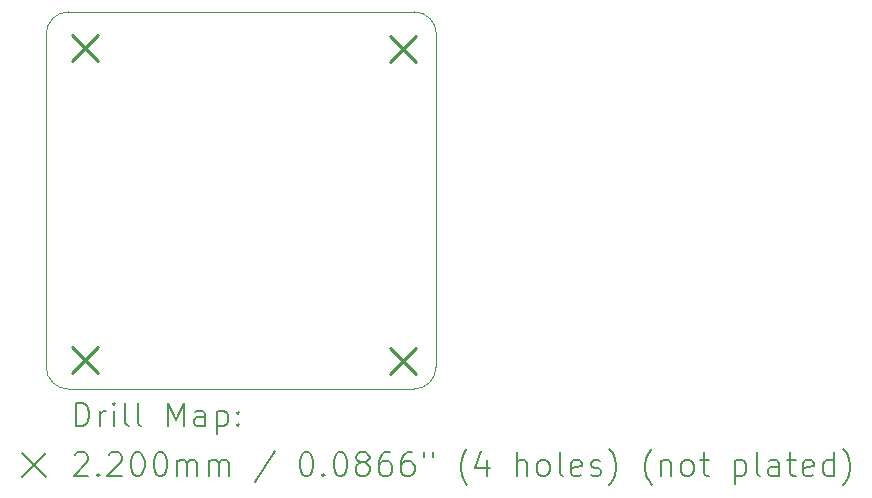
<source format=gbr>
%FSLAX45Y45*%
G04 Gerber Fmt 4.5, Leading zero omitted, Abs format (unit mm)*
G04 Created by KiCad (PCBNEW (6.0.2)) date 2022-12-08 21:30:06*
%MOMM*%
%LPD*%
G01*
G04 APERTURE LIST*
%TA.AperFunction,Profile*%
%ADD10C,0.100000*%
%TD*%
%ADD11C,0.200000*%
%ADD12C,0.220000*%
G04 APERTURE END LIST*
D10*
X13654212Y-7936672D02*
X10728960Y-7936672D01*
X13654212Y-7936672D02*
G75*
G03*
X13842172Y-7748712I0J187960D01*
G01*
X13844712Y-4930968D02*
G75*
G03*
X13656752Y-4743008I-187960J0D01*
G01*
X10729788Y-4743008D02*
G75*
G03*
X10541585Y-4931553I0J-188203D01*
G01*
X10729788Y-4743008D02*
X13656752Y-4743008D01*
X13844712Y-4930968D02*
X13842172Y-7748712D01*
X10541000Y-7748712D02*
G75*
G03*
X10728960Y-7936672I187960J0D01*
G01*
X10541000Y-7748712D02*
X10541585Y-4931553D01*
D11*
D12*
X10758660Y-4939520D02*
X10978660Y-5159520D01*
X10978660Y-4939520D02*
X10758660Y-5159520D01*
X10758660Y-7581120D02*
X10978660Y-7801120D01*
X10978660Y-7581120D02*
X10758660Y-7801120D01*
X13453600Y-4944600D02*
X13673600Y-5164600D01*
X13673600Y-4944600D02*
X13453600Y-5164600D01*
X13453600Y-7586200D02*
X13673600Y-7806200D01*
X13673600Y-7586200D02*
X13453600Y-7806200D01*
D11*
X10793619Y-8252148D02*
X10793619Y-8052148D01*
X10841238Y-8052148D01*
X10869810Y-8061672D01*
X10888857Y-8080720D01*
X10898381Y-8099767D01*
X10907905Y-8137863D01*
X10907905Y-8166434D01*
X10898381Y-8204529D01*
X10888857Y-8223577D01*
X10869810Y-8242624D01*
X10841238Y-8252148D01*
X10793619Y-8252148D01*
X10993619Y-8252148D02*
X10993619Y-8118815D01*
X10993619Y-8156910D02*
X11003143Y-8137863D01*
X11012667Y-8128339D01*
X11031714Y-8118815D01*
X11050762Y-8118815D01*
X11117429Y-8252148D02*
X11117429Y-8118815D01*
X11117429Y-8052148D02*
X11107905Y-8061672D01*
X11117429Y-8071196D01*
X11126952Y-8061672D01*
X11117429Y-8052148D01*
X11117429Y-8071196D01*
X11241238Y-8252148D02*
X11222190Y-8242624D01*
X11212667Y-8223577D01*
X11212667Y-8052148D01*
X11346000Y-8252148D02*
X11326952Y-8242624D01*
X11317428Y-8223577D01*
X11317428Y-8052148D01*
X11574571Y-8252148D02*
X11574571Y-8052148D01*
X11641238Y-8195005D01*
X11707905Y-8052148D01*
X11707905Y-8252148D01*
X11888857Y-8252148D02*
X11888857Y-8147386D01*
X11879333Y-8128339D01*
X11860286Y-8118815D01*
X11822190Y-8118815D01*
X11803143Y-8128339D01*
X11888857Y-8242624D02*
X11869809Y-8252148D01*
X11822190Y-8252148D01*
X11803143Y-8242624D01*
X11793619Y-8223577D01*
X11793619Y-8204529D01*
X11803143Y-8185482D01*
X11822190Y-8175958D01*
X11869809Y-8175958D01*
X11888857Y-8166434D01*
X11984095Y-8118815D02*
X11984095Y-8318815D01*
X11984095Y-8128339D02*
X12003143Y-8118815D01*
X12041238Y-8118815D01*
X12060286Y-8128339D01*
X12069809Y-8137863D01*
X12079333Y-8156910D01*
X12079333Y-8214053D01*
X12069809Y-8233101D01*
X12060286Y-8242624D01*
X12041238Y-8252148D01*
X12003143Y-8252148D01*
X11984095Y-8242624D01*
X12165048Y-8233101D02*
X12174571Y-8242624D01*
X12165048Y-8252148D01*
X12155524Y-8242624D01*
X12165048Y-8233101D01*
X12165048Y-8252148D01*
X12165048Y-8128339D02*
X12174571Y-8137863D01*
X12165048Y-8147386D01*
X12155524Y-8137863D01*
X12165048Y-8128339D01*
X12165048Y-8147386D01*
X10336000Y-8481672D02*
X10536000Y-8681672D01*
X10536000Y-8481672D02*
X10336000Y-8681672D01*
X10784095Y-8491196D02*
X10793619Y-8481672D01*
X10812667Y-8472148D01*
X10860286Y-8472148D01*
X10879333Y-8481672D01*
X10888857Y-8491196D01*
X10898381Y-8510244D01*
X10898381Y-8529291D01*
X10888857Y-8557863D01*
X10774571Y-8672148D01*
X10898381Y-8672148D01*
X10984095Y-8653101D02*
X10993619Y-8662625D01*
X10984095Y-8672148D01*
X10974571Y-8662625D01*
X10984095Y-8653101D01*
X10984095Y-8672148D01*
X11069810Y-8491196D02*
X11079333Y-8481672D01*
X11098381Y-8472148D01*
X11146000Y-8472148D01*
X11165048Y-8481672D01*
X11174571Y-8491196D01*
X11184095Y-8510244D01*
X11184095Y-8529291D01*
X11174571Y-8557863D01*
X11060286Y-8672148D01*
X11184095Y-8672148D01*
X11307905Y-8472148D02*
X11326952Y-8472148D01*
X11346000Y-8481672D01*
X11355524Y-8491196D01*
X11365048Y-8510244D01*
X11374571Y-8548339D01*
X11374571Y-8595958D01*
X11365048Y-8634053D01*
X11355524Y-8653101D01*
X11346000Y-8662625D01*
X11326952Y-8672148D01*
X11307905Y-8672148D01*
X11288857Y-8662625D01*
X11279333Y-8653101D01*
X11269809Y-8634053D01*
X11260286Y-8595958D01*
X11260286Y-8548339D01*
X11269809Y-8510244D01*
X11279333Y-8491196D01*
X11288857Y-8481672D01*
X11307905Y-8472148D01*
X11498381Y-8472148D02*
X11517428Y-8472148D01*
X11536476Y-8481672D01*
X11546000Y-8491196D01*
X11555524Y-8510244D01*
X11565048Y-8548339D01*
X11565048Y-8595958D01*
X11555524Y-8634053D01*
X11546000Y-8653101D01*
X11536476Y-8662625D01*
X11517428Y-8672148D01*
X11498381Y-8672148D01*
X11479333Y-8662625D01*
X11469809Y-8653101D01*
X11460286Y-8634053D01*
X11450762Y-8595958D01*
X11450762Y-8548339D01*
X11460286Y-8510244D01*
X11469809Y-8491196D01*
X11479333Y-8481672D01*
X11498381Y-8472148D01*
X11650762Y-8672148D02*
X11650762Y-8538815D01*
X11650762Y-8557863D02*
X11660286Y-8548339D01*
X11679333Y-8538815D01*
X11707905Y-8538815D01*
X11726952Y-8548339D01*
X11736476Y-8567386D01*
X11736476Y-8672148D01*
X11736476Y-8567386D02*
X11746000Y-8548339D01*
X11765048Y-8538815D01*
X11793619Y-8538815D01*
X11812667Y-8548339D01*
X11822190Y-8567386D01*
X11822190Y-8672148D01*
X11917428Y-8672148D02*
X11917428Y-8538815D01*
X11917428Y-8557863D02*
X11926952Y-8548339D01*
X11946000Y-8538815D01*
X11974571Y-8538815D01*
X11993619Y-8548339D01*
X12003143Y-8567386D01*
X12003143Y-8672148D01*
X12003143Y-8567386D02*
X12012667Y-8548339D01*
X12031714Y-8538815D01*
X12060286Y-8538815D01*
X12079333Y-8548339D01*
X12088857Y-8567386D01*
X12088857Y-8672148D01*
X12479333Y-8462625D02*
X12307905Y-8719767D01*
X12736476Y-8472148D02*
X12755524Y-8472148D01*
X12774571Y-8481672D01*
X12784095Y-8491196D01*
X12793619Y-8510244D01*
X12803143Y-8548339D01*
X12803143Y-8595958D01*
X12793619Y-8634053D01*
X12784095Y-8653101D01*
X12774571Y-8662625D01*
X12755524Y-8672148D01*
X12736476Y-8672148D01*
X12717428Y-8662625D01*
X12707905Y-8653101D01*
X12698381Y-8634053D01*
X12688857Y-8595958D01*
X12688857Y-8548339D01*
X12698381Y-8510244D01*
X12707905Y-8491196D01*
X12717428Y-8481672D01*
X12736476Y-8472148D01*
X12888857Y-8653101D02*
X12898381Y-8662625D01*
X12888857Y-8672148D01*
X12879333Y-8662625D01*
X12888857Y-8653101D01*
X12888857Y-8672148D01*
X13022190Y-8472148D02*
X13041238Y-8472148D01*
X13060286Y-8481672D01*
X13069809Y-8491196D01*
X13079333Y-8510244D01*
X13088857Y-8548339D01*
X13088857Y-8595958D01*
X13079333Y-8634053D01*
X13069809Y-8653101D01*
X13060286Y-8662625D01*
X13041238Y-8672148D01*
X13022190Y-8672148D01*
X13003143Y-8662625D01*
X12993619Y-8653101D01*
X12984095Y-8634053D01*
X12974571Y-8595958D01*
X12974571Y-8548339D01*
X12984095Y-8510244D01*
X12993619Y-8491196D01*
X13003143Y-8481672D01*
X13022190Y-8472148D01*
X13203143Y-8557863D02*
X13184095Y-8548339D01*
X13174571Y-8538815D01*
X13165048Y-8519767D01*
X13165048Y-8510244D01*
X13174571Y-8491196D01*
X13184095Y-8481672D01*
X13203143Y-8472148D01*
X13241238Y-8472148D01*
X13260286Y-8481672D01*
X13269809Y-8491196D01*
X13279333Y-8510244D01*
X13279333Y-8519767D01*
X13269809Y-8538815D01*
X13260286Y-8548339D01*
X13241238Y-8557863D01*
X13203143Y-8557863D01*
X13184095Y-8567386D01*
X13174571Y-8576910D01*
X13165048Y-8595958D01*
X13165048Y-8634053D01*
X13174571Y-8653101D01*
X13184095Y-8662625D01*
X13203143Y-8672148D01*
X13241238Y-8672148D01*
X13260286Y-8662625D01*
X13269809Y-8653101D01*
X13279333Y-8634053D01*
X13279333Y-8595958D01*
X13269809Y-8576910D01*
X13260286Y-8567386D01*
X13241238Y-8557863D01*
X13450762Y-8472148D02*
X13412667Y-8472148D01*
X13393619Y-8481672D01*
X13384095Y-8491196D01*
X13365048Y-8519767D01*
X13355524Y-8557863D01*
X13355524Y-8634053D01*
X13365048Y-8653101D01*
X13374571Y-8662625D01*
X13393619Y-8672148D01*
X13431714Y-8672148D01*
X13450762Y-8662625D01*
X13460286Y-8653101D01*
X13469809Y-8634053D01*
X13469809Y-8586434D01*
X13460286Y-8567386D01*
X13450762Y-8557863D01*
X13431714Y-8548339D01*
X13393619Y-8548339D01*
X13374571Y-8557863D01*
X13365048Y-8567386D01*
X13355524Y-8586434D01*
X13641238Y-8472148D02*
X13603143Y-8472148D01*
X13584095Y-8481672D01*
X13574571Y-8491196D01*
X13555524Y-8519767D01*
X13546000Y-8557863D01*
X13546000Y-8634053D01*
X13555524Y-8653101D01*
X13565048Y-8662625D01*
X13584095Y-8672148D01*
X13622190Y-8672148D01*
X13641238Y-8662625D01*
X13650762Y-8653101D01*
X13660286Y-8634053D01*
X13660286Y-8586434D01*
X13650762Y-8567386D01*
X13641238Y-8557863D01*
X13622190Y-8548339D01*
X13584095Y-8548339D01*
X13565048Y-8557863D01*
X13555524Y-8567386D01*
X13546000Y-8586434D01*
X13736476Y-8472148D02*
X13736476Y-8510244D01*
X13812667Y-8472148D02*
X13812667Y-8510244D01*
X14107905Y-8748339D02*
X14098381Y-8738815D01*
X14079333Y-8710244D01*
X14069809Y-8691196D01*
X14060286Y-8662625D01*
X14050762Y-8615006D01*
X14050762Y-8576910D01*
X14060286Y-8529291D01*
X14069809Y-8500720D01*
X14079333Y-8481672D01*
X14098381Y-8453101D01*
X14107905Y-8443577D01*
X14269809Y-8538815D02*
X14269809Y-8672148D01*
X14222190Y-8462625D02*
X14174571Y-8605482D01*
X14298381Y-8605482D01*
X14526952Y-8672148D02*
X14526952Y-8472148D01*
X14612667Y-8672148D02*
X14612667Y-8567386D01*
X14603143Y-8548339D01*
X14584095Y-8538815D01*
X14555524Y-8538815D01*
X14536476Y-8548339D01*
X14526952Y-8557863D01*
X14736476Y-8672148D02*
X14717428Y-8662625D01*
X14707905Y-8653101D01*
X14698381Y-8634053D01*
X14698381Y-8576910D01*
X14707905Y-8557863D01*
X14717428Y-8548339D01*
X14736476Y-8538815D01*
X14765048Y-8538815D01*
X14784095Y-8548339D01*
X14793619Y-8557863D01*
X14803143Y-8576910D01*
X14803143Y-8634053D01*
X14793619Y-8653101D01*
X14784095Y-8662625D01*
X14765048Y-8672148D01*
X14736476Y-8672148D01*
X14917428Y-8672148D02*
X14898381Y-8662625D01*
X14888857Y-8643577D01*
X14888857Y-8472148D01*
X15069809Y-8662625D02*
X15050762Y-8672148D01*
X15012667Y-8672148D01*
X14993619Y-8662625D01*
X14984095Y-8643577D01*
X14984095Y-8567386D01*
X14993619Y-8548339D01*
X15012667Y-8538815D01*
X15050762Y-8538815D01*
X15069809Y-8548339D01*
X15079333Y-8567386D01*
X15079333Y-8586434D01*
X14984095Y-8605482D01*
X15155524Y-8662625D02*
X15174571Y-8672148D01*
X15212667Y-8672148D01*
X15231714Y-8662625D01*
X15241238Y-8643577D01*
X15241238Y-8634053D01*
X15231714Y-8615006D01*
X15212667Y-8605482D01*
X15184095Y-8605482D01*
X15165048Y-8595958D01*
X15155524Y-8576910D01*
X15155524Y-8567386D01*
X15165048Y-8548339D01*
X15184095Y-8538815D01*
X15212667Y-8538815D01*
X15231714Y-8548339D01*
X15307905Y-8748339D02*
X15317428Y-8738815D01*
X15336476Y-8710244D01*
X15346000Y-8691196D01*
X15355524Y-8662625D01*
X15365048Y-8615006D01*
X15365048Y-8576910D01*
X15355524Y-8529291D01*
X15346000Y-8500720D01*
X15336476Y-8481672D01*
X15317428Y-8453101D01*
X15307905Y-8443577D01*
X15669809Y-8748339D02*
X15660286Y-8738815D01*
X15641238Y-8710244D01*
X15631714Y-8691196D01*
X15622190Y-8662625D01*
X15612667Y-8615006D01*
X15612667Y-8576910D01*
X15622190Y-8529291D01*
X15631714Y-8500720D01*
X15641238Y-8481672D01*
X15660286Y-8453101D01*
X15669809Y-8443577D01*
X15746000Y-8538815D02*
X15746000Y-8672148D01*
X15746000Y-8557863D02*
X15755524Y-8548339D01*
X15774571Y-8538815D01*
X15803143Y-8538815D01*
X15822190Y-8548339D01*
X15831714Y-8567386D01*
X15831714Y-8672148D01*
X15955524Y-8672148D02*
X15936476Y-8662625D01*
X15926952Y-8653101D01*
X15917428Y-8634053D01*
X15917428Y-8576910D01*
X15926952Y-8557863D01*
X15936476Y-8548339D01*
X15955524Y-8538815D01*
X15984095Y-8538815D01*
X16003143Y-8548339D01*
X16012667Y-8557863D01*
X16022190Y-8576910D01*
X16022190Y-8634053D01*
X16012667Y-8653101D01*
X16003143Y-8662625D01*
X15984095Y-8672148D01*
X15955524Y-8672148D01*
X16079333Y-8538815D02*
X16155524Y-8538815D01*
X16107905Y-8472148D02*
X16107905Y-8643577D01*
X16117428Y-8662625D01*
X16136476Y-8672148D01*
X16155524Y-8672148D01*
X16374571Y-8538815D02*
X16374571Y-8738815D01*
X16374571Y-8548339D02*
X16393619Y-8538815D01*
X16431714Y-8538815D01*
X16450762Y-8548339D01*
X16460286Y-8557863D01*
X16469809Y-8576910D01*
X16469809Y-8634053D01*
X16460286Y-8653101D01*
X16450762Y-8662625D01*
X16431714Y-8672148D01*
X16393619Y-8672148D01*
X16374571Y-8662625D01*
X16584095Y-8672148D02*
X16565048Y-8662625D01*
X16555524Y-8643577D01*
X16555524Y-8472148D01*
X16746000Y-8672148D02*
X16746000Y-8567386D01*
X16736476Y-8548339D01*
X16717428Y-8538815D01*
X16679333Y-8538815D01*
X16660286Y-8548339D01*
X16746000Y-8662625D02*
X16726952Y-8672148D01*
X16679333Y-8672148D01*
X16660286Y-8662625D01*
X16650762Y-8643577D01*
X16650762Y-8624529D01*
X16660286Y-8605482D01*
X16679333Y-8595958D01*
X16726952Y-8595958D01*
X16746000Y-8586434D01*
X16812667Y-8538815D02*
X16888857Y-8538815D01*
X16841238Y-8472148D02*
X16841238Y-8643577D01*
X16850762Y-8662625D01*
X16869810Y-8672148D01*
X16888857Y-8672148D01*
X17031714Y-8662625D02*
X17012667Y-8672148D01*
X16974571Y-8672148D01*
X16955524Y-8662625D01*
X16946000Y-8643577D01*
X16946000Y-8567386D01*
X16955524Y-8548339D01*
X16974571Y-8538815D01*
X17012667Y-8538815D01*
X17031714Y-8548339D01*
X17041238Y-8567386D01*
X17041238Y-8586434D01*
X16946000Y-8605482D01*
X17212667Y-8672148D02*
X17212667Y-8472148D01*
X17212667Y-8662625D02*
X17193619Y-8672148D01*
X17155524Y-8672148D01*
X17136476Y-8662625D01*
X17126952Y-8653101D01*
X17117429Y-8634053D01*
X17117429Y-8576910D01*
X17126952Y-8557863D01*
X17136476Y-8548339D01*
X17155524Y-8538815D01*
X17193619Y-8538815D01*
X17212667Y-8548339D01*
X17288857Y-8748339D02*
X17298381Y-8738815D01*
X17317429Y-8710244D01*
X17326952Y-8691196D01*
X17336476Y-8662625D01*
X17346000Y-8615006D01*
X17346000Y-8576910D01*
X17336476Y-8529291D01*
X17326952Y-8500720D01*
X17317429Y-8481672D01*
X17298381Y-8453101D01*
X17288857Y-8443577D01*
M02*

</source>
